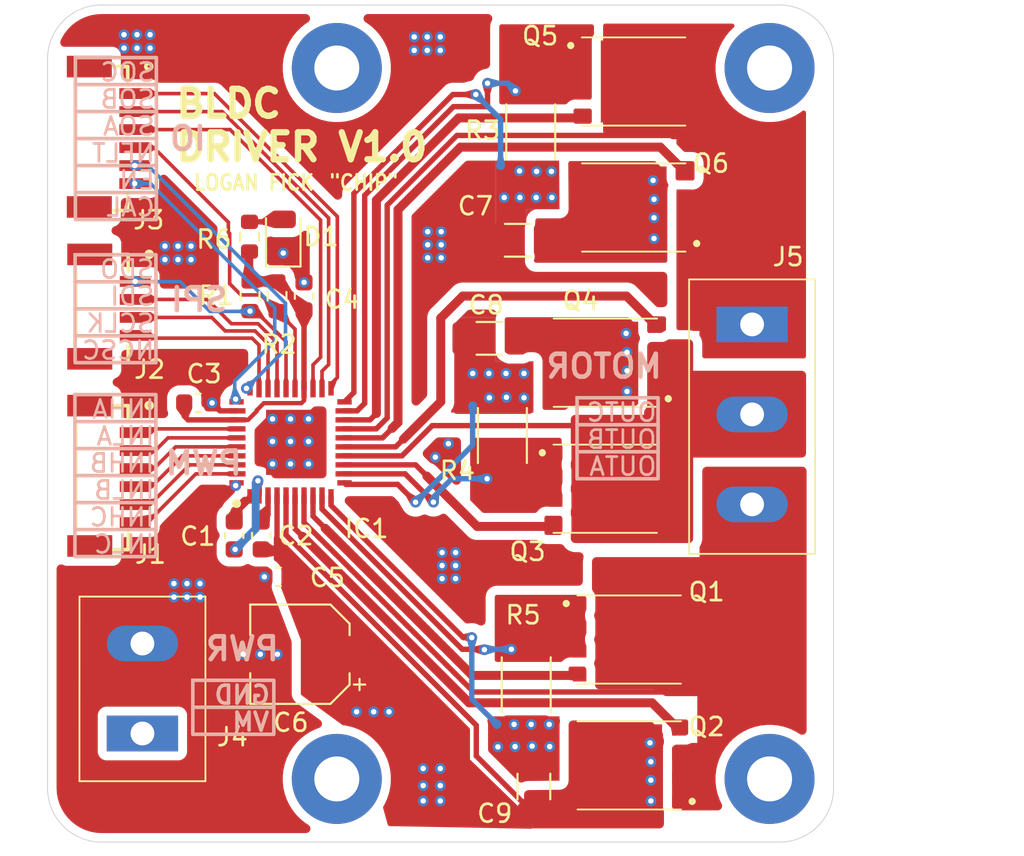
<source format=kicad_pcb>
(kicad_pcb (version 20241229) (generator "pcbnew") (generator_version "9.0")
  (layers (0 "F.Cu" signal) (4 "In1.Cu" power "GND") (6 "In2.Cu" power "VM") (2 "B.Cu" signal) (13 "F.Paste" user) (15 "B.Paste" user) (5 "F.SilkS" user "F.Silkscreen") (7 "B.SilkS" user "B.Silkscreen") (1 "F.Mask" user) (3 "B.Mask" user) (25 "Edge.Cuts" user))
  (net 0 "")
  (net 1 "GND")
  (net 2 "VM")
  (net 3 "Net-(IC1-CPL)")
  (net 4 "Net-(IC1-CPH)")
  (net 5 "Net-(IC1-VCP)")
  (net 6 "+3.3V")
  (net 7 "/GLA")
  (net 8 "/INHC")
  (net 9 "/GLC")
  (net 10 "/INHB")
  (net 11 "/SDO")
  (net 12 "/GHB")
  (net 13 "/INHA")
  (net 14 "/GHC")
  (net 15 "/OUTC")
  (net 16 "/INLA")
  (net 17 "/GLB")
  (net 18 "/NFAULT")
  (net 19 "/GHA")
  (net 20 "/OUTA")
  (net 21 "/SPB")
  (net 22 "/SPA")
  (net 23 "/SPC")
  (net 24 "/INLC")
  (net 25 "/INLB")
  (net 26 "/CAL")
  (net 27 "/OUTB")
  (net 28 "/SOA")
  (net 29 "/SOB")
  (net 30 "/SDI")
  (net 31 "/ENABLE")
  (net 32 "/NSCS")
  (net 33 "/SCLK")
  (net 34 "/SOC")
  (net 35 "/SNC")
  (net 36 "/SNB")
  (net 37 "/SNA")
  (net 38 "Net-(D1-A)")
  (footprint "TerminalBlock:TerminalBlock_Altech_AK300-3_P5.00mm" (layer "F.Cu") (at 191.775 67.125 -90)
    (property "Reference" "J5")
    (property "Value" "MOTOR")
  )
  (footprint "MountingHole:MountingHole_2.5mm_Pad_TopBottom" (layer "F.Cu") (at 192.746094 92.37868)
    (property "Reference" "REF**" (hide yes))
    (property "Value" "MountingHole_2.5mm_Pad_TopBottom")
  )
  (footprint "Capacitor_SMD:C_0603_1608Metric" (layer "F.Cu") (at 164.5 78.85 90)
    (property "Reference" "C2")
    (property "Value" "1 uF (16V)")
  )
  (footprint "MountingHole:MountingHole_2.5mm_Pad_TopBottom" (layer "F.Cu") (at 168.7 52.87868)
    (property "Reference" "REF**" (hide yes))
    (property "Value" "MountingHole_2.5mm_Pad_TopBottom")
  )
  (footprint "Resistor_SMD:R_2010_5025Metric" (layer "F.Cu") (at 179.475 56.425 -90)
    (property "Reference" "R3")
    (property "Value" "SHUNT")
  )
  (footprint "LED_SMD:LED_0805_2012Metric" (layer "F.Cu") (at 165.725 62.225 90)
    (property "Reference" "D1")
    (property "Value" "LED")
  )
  (footprint "NetTie:NetTie-2_SMD_Pad0.5mm" (layer "F.Cu") (at 177.8 58.8 -90)
    (property "Reference" "REF**" (hide yes))
    (property "Value" "NetTie-2_SMD_Pad0.5mm" (hide yes))
  )
  (footprint "Resistor_SMD:R_0603_1608Metric" (layer "F.Cu") (at 165.37868 65.56168 90)
    (property "Reference" "R2")
    (property "Value" "5.1k")
  )
  (footprint "NetTie:NetTie-2_SMD_Pad0.5mm" (layer "F.Cu") (at 177.6 89.85 -90)
    (property "Reference" "REF**" (hide yes))
    (property "Value" "NetTie-2_SMD_Pad0.5mm" (hide yes))
  )
  (footprint "SamacSys_Parts:JST-6PIN" (layer "F.Cu") (at 158.175 57.3 -90)
    (property "Reference" "J3")
    (property "Value" "MISC" (hide yes))
  )
  (footprint "SamacSys_Parts:QFN50P600X600X100-41N-D" (layer "F.Cu") (at 166.12868 73.67868 90)
    (property "Reference" "IC1")
    (property "Value" "DRV8304SRHAR" (hide yes))
  )
  (footprint "Resistor_SMD:R_2010_5025Metric" (layer "F.Cu") (at 179.225 87.15 -90)
    (property "Reference" "R5")
    (property "Value" "SHUNT")
  )
  (footprint "Capacitor_SMD:C_0603_1608Metric" (layer "F.Cu") (at 165.45 81.15 180)
    (property "Reference" "C5")
    (property "Value" "0.1 uF (VM)")
  )
  (footprint "Capacitor_SMD:C_0603_1608Metric" (layer "F.Cu") (at 160.996094 71.48668 180)
    (property "Reference" "C3")
    (property "Value" "1 uF (6.3 V)")
  )
  (footprint "SamacSys_Parts:CSD18514Q5A" (layer "F.Cu") (at 183.618 76.255 180)
    (property "Reference" "Q3")
    (property "Value" "CSD18514Q5A" (hide yes))
  )
  (footprint "SamacSys_Parts:CSD18514Q5A" (layer "F.Cu") (at 185.19668 53.62868 180)
    (property "Reference" "Q5")
    (property "Value" "CSD18514Q5A" (hide yes))
  )
  (footprint "Resistor_SMD:R_0603_1608Metric" (layer "F.Cu") (at 163.87868 65.56168 90)
    (property "Reference" "R1")
    (property "Value" "5.1k")
  )
  (footprint "SamacSys_Parts:CSD18514Q5A" (layer "F.Cu") (at 184.94668 84.63368 180)
    (property "Reference" "Q1")
    (property "Value" "CSD18514Q5A" (hide yes))
  )
  (footprint "Capacitor_SMD:CP_Elec_5x5.4" (layer "F.Cu") (at 166.65 85.45 180)
    (property "Reference" "C6")
    (property "Value" "10 uF (VM)")
  )
  (footprint "MountingHole:MountingHole_2.5mm_Pad_TopBottom" (layer "F.Cu") (at 192.746094 52.87868)
    (property "Reference" "REF**" (hide yes))
    (property "Value" "MountingHole_2.5mm_Pad_TopBottom")
  )
  (footprint "TerminalBlock:TerminalBlock_Altech_AK300-2_P5.00mm" (layer "F.Cu") (at 157.9 89.855 90)
    (property "Reference" "J4")
    (property "Value" "PWR IN")
  )
  (footprint "Capacitor_SMD:C_0603_1608Metric" (layer "F.Cu") (at 166.87868 65.56168 -90)
    (property "Reference" "C4")
    (property "Value" "0.1 uF (6.3 V)")
  )
  (footprint "Resistor_SMD:R_2010_5025Metric" (layer "F.Cu") (at 177.9 73.3 90)
    (property "Reference" "R4")
    (property "Value" "SHUNT")
  )
  (footprint "SamacSys_Parts:CSD18514Q5A" (layer "F.Cu") (at 183.618 69.253)
    (property "Reference" "Q4")
    (property "Value" "CSD18514Q5A" (hide yes))
  )
  (footprint "SamacSys_Parts:CSD18514Q5A" (layer "F.Cu") (at 185.19668 60.62868)
    (property "Reference" "Q6")
    (property "Value" "CSD18514Q5A" (hide yes))
  )
  (footprint "Capacitor_SMD:C_1206_3216Metric" (layer "F.Cu") (at 179.65 92.8 -90)
    (property "Reference" "C9")
    (property "Value" "BULK")
  )
  (footprint "SamacSys_Parts:CSD18514Q5A" (layer "F.Cu") (at 184.945 91.628)
    (property "Reference" "Q2")
    (property "Value" "CSD18514Q5A" (hide yes))
  )
  (footprint "Resistor_SMD:R_0603_1608Metric" (layer "F.Cu") (at 163.85 62.25 90)
    (property "Reference" "R6")
    (property "Value" "10")
  )
  (footprint "SamacSys_Parts:JST-6PIN" (layer "F.Cu") (at 158.199186 76.13668 -90)
    (property "Reference" "J1")
    (property "Value" "PWM" (hide yes))
  )
  (footprint "SamacSys_Parts:JST-4PIN" (layer "F.Cu") (at 158.199186 67.73668 -90)
    (property "Reference" "J2")
    (property "Value" "SPI" (hide yes))
  )
  (footprint "MountingHole:MountingHole_2.5mm_Pad_TopBottom" (layer "F.Cu") (at 168.7 92.37868)
    (property "Reference" "REF**" (hide yes))
    (property "Value" "MountingHole_2.5mm_Pad_TopBottom")
  )
  (footprint "Capacitor_SMD:C_1206_3216Metric" (layer "F.Cu") (at 178.75 62.45)
    (property "Reference" "C7")
    (property "Value" "BULK")
  )
  (footprint "NetTie:NetTie-2_SMD_Pad0.5mm" (layer "F.Cu") (at 176.25 71.15 90)
    (property "Reference" "REF**" (hide yes))
    (property "Value" "NetTie-2_SMD_Pad0.5mm" (hide yes))
  )
  (footprint "Capacitor_SMD:C_0603_1608Metric" (layer "F.Cu") (at 163 78.85 90)
    (property "Reference" "C1")
    (property "Value" "22 nF (VM)")
  )
  (footprint "Capacitor_SMD:C_1206_3216Metric" (layer "F.Cu") (at 177.175 67.9)
    (property "Reference" "C8")
    (property "Value" "BULK")
  )
  (gr_rect (start 160.7 86.9) (end 165.2 89.9) (stroke (width 0.2)) (fill no) (layer "B.SilkS"))
  (gr_line (start 186.55 72.7) (end 182.05 72.7) (stroke (width 0.2)) (layer "B.SilkS"))
  (gr_line (start 158.675 55.3) (end 154.175 55.3) (stroke (width 0.2)) (layer "B.SilkS"))
  (gr_line (start 158.65 72.525) (end 154.15 72.525) (stroke (width 0.2)) (layer "B.SilkS"))
  (gr_line (start 158.65 77.025) (end 154.15 77.025) (stroke (width 0.2)) (layer "B.SilkS"))
  (gr_line (start 158.65 64.76017) (end 154.15 64.76017) (stroke (width 0.2)) (layer "B.SilkS"))
  (gr_line (start 165.2 88.4) (end 160.7 88.4) (stroke (width 0.2)) (layer "B.SilkS"))
  (gr_rect (start 154.15 71.025) (end 158.65 80.025) (stroke (width 0.2)) (fill no) (layer "B.SilkS"))
  (gr_line (start 158.675 59.8) (end 154.175 59.8) (stroke (width 0.2)) (layer "B.SilkS"))
  (gr_line (start 158.65 78.525) (end 154.15 78.525) (stroke (width 0.2)) (layer "B.SilkS"))
  (gr_rect (start 182.05 71.2) (end 186.55 75.7) (stroke (width 0.2)) (fill no) (layer "B.SilkS"))
  (gr_rect (start 154.175 52.3) (end 158.675 61.3) (stroke (width 0.2)) (fill no) (layer "B.SilkS"))
  (gr_line (start 186.55 74.2) (end 182.05 74.2) (stroke (width 0.2)) (layer "B.SilkS"))
  (gr_rect (start 154.160034 63.254683) (end 158.65 69.250557) (stroke (width 0.2)) (fill no) (layer "B.SilkS"))
  (gr_line (start 158.675 58.3) (end 154.175 58.3) (stroke (width 0.2)) (layer "B.SilkS"))
  (gr_line (start 158.65 74.025) (end 154.15 74.025) (stroke (width 0.2)) (layer "B.SilkS"))
  (gr_line (start 158.675 56.8) (end 154.175 56.8) (stroke (width 0.2)) (layer "B.SilkS"))
  (gr_line (start 158.65 75.525) (end 154.15 75.525) (stroke (width 0.2)) (layer "B.SilkS"))
  (gr_line (start 158.65 66.26017) (end 154.15 66.26017) (stroke (width 0.2)) (layer "B.SilkS"))
  (gr_line (start 158.675 53.8) (end 154.175 53.8) (stroke (width 0.2)) (layer "B.SilkS"))
  (gr_line (start 158.65 67.76017) (end 154.15 67.76017) (stroke (width 0.2)) (layer "B.SilkS"))
  (gr_arc (start 193.3 49.37868) (mid 195.42132 50.25736) (end 196.3 52.37868) (stroke (width 0.05)) (layer "Edge.Cuts"))
  (gr_line (start 193.3 95.88979) (end 155.62868 95.88979) (stroke (width 0.05)) (layer "Edge.Cuts"))
  (gr_line (start 155.62868 49.37868) (end 193.3 49.37868) (stroke (width 0.05)) (layer "Edge.Cuts"))
  (gr_arc (start 152.62868 52.37868) (mid 153.507366 50.257366) (end 155.62868 49.37868) (stroke (width 0.05)) (layer "Edge.Cuts"))
  (gr_line (start 152.62868 92.88979) (end 152.62868 52.37868) (stroke (width 0.05)) (layer "Edge.Cuts"))
  (gr_arc (start 196.3 92.88979) (mid 195.421324 95.011117) (end 193.3 95.88979) (stroke (width 0.05)) (layer "Edge.Cuts"))
  (gr_line (start 196.3 52.37868) (end 196.3 92.88979) (stroke (width 0.05)) (layer "Edge.Cuts"))
  (gr_arc (start 155.62868 95.88979) (mid 153.50736 95.01111) (end 152.62868 92.88979) (stroke (width 0.05)) (layer "Edge.Cuts"))
  (gr_text "{dblquote}CHIP{dblquote}" (at 170.2 59.25 0) (layer "F.SilkS") (effects (font (size 0.85 0.75) (thickness 0.15) (bold yes))))
  (gr_text "LOGAN FICK" (at 164.1 59.25 0) (layer "F.SilkS") (effects (font (size 0.85 0.75) (thickness 0.15) (bold yes))))
  (gr_text "BLDC\nDRIVER V1.0" (at 159.6 58.15 0) (layer "F.SilkS") (effects (font (size 1.5 1.5) (thickness 0.35) (bold yes)) (justify left bottom)))
  (gr_text "SDI" (at 158.65 66.15 0) (layer "B.SilkS") (effects (font (size 1 1)) (justify left bottom mirror)))
  (gr_text "SPI" (at 161.05 65.75 0) (layer "B.SilkS") (effects (font (size 1.27 1.27) (thickness 0.254)) (justify mirror)))
  (gr_text "OUTC" (at 186.55 72.6 0) (layer "B.SilkS") (effects (font (size 1 1)) (justify left bottom mirror)))
  (gr_text "INLB" (at 158.65 76.925 0) (layer "B.SilkS") (effects (font (size 1 1)) (justify left bottom mirror)))
  (gr_text "OUTA" (at 186.55 75.6 0) (layer "B.SilkS") (effects (font (size 1 1)) (justify left bottom mirror)))
  (gr_text "PWM" (at 161.3 74.825 0) (layer "B.SilkS") (effects (font (size 1.27 1.27) (thickness 0.254)) (justify mirror)))
  (gr_text "EN" (at 158.675 59.7 0) (layer "B.SilkS") (effects (font (size 1 1)) (justify left bottom mirror)))
  (gr_text "SOC" (at 158.675 53.7 0) (layer "B.SilkS") (effects (font (size 1 1)) (justify left bottom mirror)))
  (gr_text "MOTOR" (at 183.55 69.45 0) (layer "B.SilkS") (effects (font (size 1.27 1.27) (thickness 0.254)) (justify mirror)))
  (gr_text "INHB" (at 158.65 75.425 0) (layer "B.SilkS") (effects (font (size 1 1)) (justify left bottom mirror)))
  (gr_text "INLA" (at 158.65 73.925 0) (layer "B.SilkS") (effects (font (size 1 1)) (justify left bottom mirror)))
  (gr_text "SDO" (at 158.65 64.65 0) (layer "B.SilkS") (effects (font (size 1 1)) (justify left bottom mirror)))
  (gr_text "PWR" (at 163.45 85.15 0) (layer "B.SilkS") (effects (font (size 1.27 1.27) (thickness 0.254)) (justify mirror)))
  (gr_text "SOA" (at 158.675 56.7 0) (layer "B.SilkS") (effects (font (size 1 1)) (justify left bottom mirror)))
  (gr_text "CAL" (at 158.675 61.2 0) (layer "B.SilkS") (effects (font (size 1 1)) (justify left bottom mirror)))
  (gr_text "NCSC" (at 158.65 69.15 0) (layer "B.SilkS") (effects (font (size 1 1)) (justify left bottom mirror)))
  (gr_text "SCLK" (at 158.65 67.65 0) (layer "B.SilkS") (effects (font (size 1 1)) (justify left bottom mirror)))
  (gr_text "GND" (at 165.1 88.3 0) (layer "B.SilkS") (effects (font (size 1 1) (thickness 0.2) (bold yes)) (justify left bottom mirror)))
  (gr_text "INLC" (at 158.65 79.925 0) (layer "B.SilkS") (effects (font (size 1 1)) (justify left bottom mirror)))
  (gr_text "VM" (at 165.05 89.8 0) (layer "B.SilkS") (effects (font (size 1 1) (thickness 0.2) (bold yes)) (justify left bottom mirror)))
  (gr_text "INHA" (at 158.65 72.425 0) (layer "B.SilkS") (effects (font (size 1 1)) (justify left bottom mirror)))
  (gr_text "NFLT" (at 158.675 58.2 0) (layer "B.SilkS") (effects (font (size 1 1)) (justify left bottom mirror)))
  (gr_text "INHC" (at 158.65 78.425 0) (layer "B.SilkS") (effects (font (size 1 1)) (justify left bottom mirror)))
  (gr_text "OUTB" (at 186.55 74.1 0) (layer "B.SilkS") (effects (font (size 1 1)) (justify left bottom mirror)))
  (gr_text "SOB" (at 158.675 55.2 0) (layer "B.SilkS") (effects (font (size 1 1)) (justify left bottom mirror)))
  (gr_text "IO" (at 160.425 56.8 0) (layer "B.SilkS") (effects (font (size 1.27 1.27) (thickness 0.254)) (justify mirror)))
  (segment (start 162.213094 71.92868) (end 161.771094 71.48668) (width 0.3) (layer "F.Cu") (net 1))
  (segment (start 163.12868 75.92868) (end 163.128681 76.031368) (width 0.2) (layer "F.Cu") (net 1))
  (segment (start 162.035146 71.750732) (end 161.771094 71.48668) (width 0.3) (layer "F.Cu") (net 1))
  (segment (start 163.17868 71.92868) (end 162.213094 71.92868) (width 0.3) (layer "F.Cu") (net 1))
  (segment (start 163.12868 75.87868) (end 163.17868 75.92868) (width 0.2) (layer "F.Cu") (net 1))
  (segment (start 163.128681 76.031368) (end 163.080024 76.080025) (width 0.2) (layer "F.Cu") (net 1))
  (via (at 165.12868 72.37868) (size 0.6) (drill 0.3) (layers "F.Cu" "B.Cu") (net 1))
  (via (at 163.080024 76.080025) (size 0.6) (drill 0.3) (layers "F.Cu" "B.Cu") (net 1))
  (via (at 178.85 58.6) (size 0.6) (drill 0.3) (layers "F.Cu" "B.Cu") (net 1))
  (via (at 174.55 81.25) (size 0.6) (drill 0.3) (layers "F.Cu" "B.Cu") (net 1))
  (via (at 159.65 81.525) (size 0.6) (drill 0.3) (layers "F.Cu" "B.Cu") (net 1))
  (via (at 175.3 79.8) (size 0.6) (drill 0.3) (layers "F.Cu" "B.Cu") (net 1))
  (via (at 173 51.15) (size 0.6) (drill 0.3) (layers "F.Cu" "B.Cu") (net 1))
  (via (at 179.5 89.35) (size 0.6) (drill 0.3) (layers "F.Cu" "B.Cu") (net 1))
  (via (at 166.87868 64.78668) (size 0.6) (drill 0.3) (layers "F.Cu" "B.Cu") (net 1))
  (via (at 166.12868 73.62868) (size 0.6) (drill 0.3) (layers "F.Cu" "B.Cu") (net 1))
  (via (at 178.1 69.85) (size 0.6) (drill 0.3) (layers "F.Cu" "B.Cu") (net 1))
  (via (at 161.1 82.275) (size 0.6) (drill 0.3) (layers "F.Cu" "B.Cu") (net 1))
  (via (at 166.12868 74.87868) (size 0.6) (drill 0.3) (layers "F.Cu" "B.Cu") (net 1))
  (via (at 160.375 81.525) (size 0.6) (drill 0.3) (layers "F.Cu" "B.Cu") (net 1))
  (via (at 165.12868 74.87868) (size 0.6) (drill 0.3) (layers "F.Cu" "B.Cu") (net 1))
  (via (at 159.65 82.275) (size 0.6) (drill 0.3) (layers "F.Cu" "B.Cu") (net 1))
  (via (at 176.25 69.85) (size 0.6) (drill 0.3) (layers "F.Cu" "B.Cu") (net 1))
  (via (at 160.6 63.525) (size 0.6) (drill 0.3) (layers "F.Cu" "B.Cu") (net 1))
  (via (at 159.875 62.775) (size 0.6) (drill 0.3) (layers "F.Cu" "B.Cu") (net 1))
  (via (at 165.4 85.45) (size 0.6) (drill 0.3) (layers "F.Cu" "B.Cu") (net 1))
  (via (at 165.724998 63.1625) (size 0.6) (drill 0.3) (layers "F.Cu" "B.Cu") (net 1))
  (via (at 160.375 82.275) (size 0.6) (drill 0.3) (layers "F.Cu" "B.Cu") (net 1))
  (via (at 159.875 63.525) (size 0.6) (drill 0.3) (layers "F.Cu" "B.Cu") (net 1))
  (via (at 164.45 85.450002) (size 0.6) (drill 0.3) (layers "F.Cu" "B.Cu") (net 1))
  (via (at 174.5 61.975) (size 0.6) (drill 0.3) (layers "F.Cu" "B.Cu") (net 1))
  (via (at 177.65 90.6) (size 0.6) (drill 0.3) (layers "F.Cu" "B.Cu") (net 1))
  (via (at 180.528537 90.582931) (size 0.6) (drill 0.3) (layers "F.Cu" "B.Cu") (net 1))
  (via (at 160.6 62.775) (size 0.6) (drill 0.3) (layers "F.Cu" "B.Cu") (net 1))
  (via (at 166.12868 72.37868) (size 0.6) (drill 0.3) (layers "F.Cu" "B.Cu") (net 1))
  (via (at 161.771094 71.48668) (size 0.6) (drill 0.3) (layers "F.Cu" "B.Cu") (net 1))
  (via (at 174.45 51.9) (size 0.6) (drill 0.3) (layers "F.Cu" "B.Cu") (net 1))
  (via (at 178 60.075) (size 0.6) (drill 0.3) (layers "F.Cu" "B.Cu") (net 1))
  (via (at 158.325 51.025) (size 0.6) (drill 0.3) (layers "F.Cu" "B.Cu") (net 1))
  (via (at 179.1 71.2) (size 0.6) (drill 0.3) (layers "F.Cu" "B.Cu") (net 1))
  (via (at 173.725 51.9) (size 0.6) (drill 0.3) (layers "F.Cu" "B.Cu") (net 1))
  (via (at 159.15 62.775) (size 0.6) (drill 0.3) (layers "F.Cu" "B.Cu") (net 1))
  (via (at 174.9 73.75) (size 0.6) (drill 0.3) (layers "F.Cu" "B.Cu") (net 1))
  (via (at 178.55 89.35) (size 0.6) (drill 0.3) (layers "F.Cu" "B.Cu") (net 1))
  (via (at 157.6 51.775) (size 0.6) (drill 0.3) (layers "F.Cu" "B.Cu") (net 1))
  (via (at 159.15 63.525) (size 0.6) (drill 0.3) (layers "F.Cu" "B.Cu") (net 1))
  (via (at 167.12868 72.37868) (size 0.6) (drill 0.3) (layers "F.Cu" "B.Cu") (net 1))
  (via (at 165.12868 73.62868) (size 0.6) (drill 0.3) (layers "F.Cu" "B.Cu") (net 1))
  (via (at 179.775 60.075) (size 0.6) (drill 0.3) (layers "F.Cu" "B.Cu") (net 1))
  (via (at 175.3 80.525) (size 0.6) (drill 0.3) (layers "F.Cu" "B.Cu") (net 1))
  (via (at 177.15 69.85) (size 0.6) (drill 0.3) (layers "F.Cu" "B.Cu") (net 1))
  (via (at 163.5 85.45) (size 0.6) (drill 0.3) (layers "F.Cu" "B.Cu") (net 1))
  (via (at 173.75 61.975) (size 0.6) (drill 0.3) (layers "F.Cu" "B.Cu") (net 1))
  (via (at 174.175 74.5) (size 0.6) (drill 0.3) (layers "F.Cu" "B.Cu") (net 1))
  (via (at 167.12868 73.62868) (size 0.6) (drill 0.3) (layers "F.Cu" "B.Cu") (net 1))
  (via (at 177.175 71.2) (size 0.6) (drill 0.3) (layers "F.Cu" "B.Cu") (net 1))
  (via (at 156.875 51.025) (size 0.6) (drill 0.3) (layers "F.Cu" "B.Cu") (net 1))
  (via (at 173.75 62.7) (size 0.6) (drill 0.3) (layers "F.Cu" "B.Cu") (net 1))
  (via (at 175.3 81.25) (size 0.6) (drill 0.3) (layers "F.Cu" "B.Cu") (net 1))
  (via (at 178.875 60.075) (size 0.6) (drill 0.3) (layers "F.Cu" "B.Cu") (net 1))
  (via (at 179.553537 90.557931) (size 0.6) (drill 0.3) (layers "F.Cu" "B.Cu") (net 1))
  (via (at 180.625 58.625) (size 0.6) (drill 0.3) (layers "F.Cu" "B.Cu") (net 1))
  (via (at 173.75 63.425) (size 0.6) (drill 0.3) (layers "F.Cu" "B.Cu") (net 1))
  (via (at 173 51.9) (size 0.6) (drill 0.3) (layers "F.Cu" "B.Cu") (net 1))
  (via (at 179.8 58.625) (size 0.6) (drill 0.3) (layers "F.Cu" "B.Cu") (net 1))
  (via (at 167.12868 74.87868) (size 0.6) (drill 0.3) (layers "F.Cu" "B.Cu") (net 1))
  (via (at 173.725 51.15) (size 0.6) (drill 0.3) (layers "F.Cu" "B.Cu") (net 1))
  (via (at 178.125 71.175) (size 0.6) (drill 0.3) (layers "F.Cu" "B.Cu") (net 1))
  (via (at 157.6 51.025) (size 0.6) (drill 0.3) (layers "F.Cu" "B.Cu") (net 1))
  (via (at 174.5 63.425) (size 0.6) (drill 0.3) (layers "F.Cu" "B.Cu") (net 1))
  (via (at 178.603537 90.582931) (size 0.6) (drill 0.3) (layers "F.Cu" "B.Cu") (net 1))
  (via (at 174.55 80.525) (size 0.6) (drill 0.3) (layers "F.Cu" "B.Cu") (net 1))
  (via (at 174.5 62.7) (size 0.6) (drill 0.3) (layers "F.Cu" "B.Cu") (net 1))
  (via (at 156.875 51.775) (size 0.6) (drill 0.3) (layers "F.Cu" "B.Cu") (net 1))
  (via (at 174.55 79.8) (size 0.6) (drill 0.3) (layers "F.Cu" "B.Cu") (net 1))
  (via (at 179.1 69.85) (size 0.6) (drill 0.3) (layers "F.Cu" "B.Cu") (net 1))
  (via (at 174.45 51.15) (size 0.6) (drill 0.3) (layers "F.Cu" "B.Cu") (net 1))
  (via (at 158.325 51.775) (size 0.6) (drill 0.3) (layers "F.Cu" "B.Cu") (net 1))
  (via (at 180.5 89.35) (size 0.6) (drill 0.3) (layers "F.Cu" "B.Cu") (net 1))
  (via (at 161.1 81.525) (size 0.6) (drill 0.3) (layers "F.Cu" "B.Cu") (net 1))
  (via (at 164.675002 81.15) (size 0.6) (drill 0.3) (layers "F.Cu" "B.Cu") (net 1))
  (via (at 180.65 60.075) (size 0.6) (drill 0.3) (layers "F.Cu" "B.Cu") (net 1))
  (segment (start 165.87868 76.62868) (end 165.87868 78.82868) (width 0.3) (layer "F.Cu") (net 2))
  (segment (start 176.45 89.4) (end 176.45 91.1) (width 0.3) (layer "F.Cu") (net 2))
  (segment (start 179 93.65) (end 179.8 93.65) (width 0.3) (layer "F.Cu") (net 2))
  (segment (start 164.5 79.625) (end 165.125 79.625) (width 0.44) (layer "F.Cu") (net 2))
  (segment (start 176.45 91.1) (end 179 93.65) (width 0.3) (layer "F.Cu") (net 2))
  (segment (start 165.37868 76.62868) (end 165.37868 79.87868) (width 0.3) (layer "F.Cu") (net 2))
  (segment (start 165.5 80) (end 165.375 79.875) (width 0.3) (layer "F.Cu") (net 2))
  (segment (start 165.37868 79.87868) (end 165.5 80) (width 0.3) (layer "F.Cu") (net 2))
  (segment (start 165.87868 78.82868) (end 176.45 89.4) (width 0.3) (layer "F.Cu") (net 2))
  (segment (start 165.125 79.625) (end 165.5 80) (width 0.44) (layer "F.Cu") (net 2))
  (via (at 186.275 59.125) (size 0.6) (drill 0.3) (layers "F.Cu" "B.Cu") (net 2))
  (via (at 174.45 93.6) (size 0.6) (drill 0.3) (layers "F.Cu" "B.Cu") (net 2))
  (via (at 186.325 62.35) (size 0.6) (drill 0.3) (layers "F.Cu" "B.Cu") (net 2))
  (via (at 173.5 91.8) (size 0.6) (drill 0.3) (layers "F.Cu" "B.Cu") (net 2))
  (via (at 186.15 91.425) (size 0.6) (drill 0.3) (layers "F.Cu" "B.Cu") (net 2))
  (via (at 170.75 88.65) (size 0.6) (drill 0.3) (layers "F.Cu" "B.Cu") (net 2))
  (via (at 173.5 92.75) (size 0.6) (drill 0.3) (layers "F.Cu" "B.Cu") (net 2))
  (via (at 171.6 88.65) (size 0.6) (drill 0.3) (layers "F.Cu" "B.Cu") (net 2))
  (via (at 186.325 61.2) (size 0.6) (drill 0.3) (layers "F.Cu" "B.Cu") (net 2))
  (via (at 173.5 93.6) (size 0.6) (drill 0.3) (layers "F.Cu" "B.Cu") (net 2))
  (via (at 184.825 70.85) (size 0.6) (drill 0.3) (layers "F.Cu" "B.Cu") (net 2))
  (via (at 186.325 60.175) (size 0.6) (drill 0.3) (layers "F.Cu" "B.Cu") (net 2))
  (via (at 186.15 92.45) (size 0.6) (drill 0.3) (layers "F.Cu" "B.Cu") (net 2))
  (via (at 184.775 67.625) (size 0.6) (drill 0.3) (layers "F.Cu" "B.Cu") (net 2))
  (via (at 186.1 90.375) (size 0.6) (drill 0.3) (layers "F.Cu" "B.Cu") (net 2))
  (via (at 169.8 88.65) (size 0.6) (drill 0.3) (layers "F.Cu" "B.Cu") (net 2))
  (via (at 184.825 68.675) (size 0.6) (drill 0.3) (layers "F.Cu" "B.Cu") (net 2))
  (via (at 184.825 69.7) (size 0.6) (drill 0.3) (layers "F.Cu" "B.Cu") (net 2))
  (via (at 174.45 91.8) (size 0.6) (drill 0.3) (layers "F.Cu" "B.Cu") (net 2))
  (via (at 186.15 93.6) (size 0.6) (drill 0.3) (layers "F.Cu" "B.Cu") (net 2))
  (via (at 174.45 92.75) (size 0.6) (drill 0.3) (layers "F.Cu" "B.Cu") (net 2))
  (segment (start 163.60736 76.95) (end 163.87868 76.67868) (width 0.2) (layer "F.Cu") (net 3))
  (segment (start 163.05 78.025) (end 163.05 77.50736) (width 0.5) (layer "F.Cu") (net 3))
  (segment (start 163.05 77.50736) (end 163.6 76.95736) (width 0.5) (layer "F.Cu") (net 3))
  (segment (start 163 78.075) (end 163.05 78.025) (width 0.5) (layer "F.Cu") (net 3))
  (segment (start 163.6 76.95736) (end 163.6 76.95) (width 0.5) (layer "F.Cu") (net 3))
  (segment (start 163.6 76.95) (end 163.60736 76.95) (width 0.2) (layer "F.Cu") (net 3))
  (segment (start 164.37868 75.869266) (end 164.322234 75.869266) (width 0.2) (layer "F.Cu") (net 4))
  (segment (start 164.37868 76.62868) (end 164.37868 75.869266) (width 0.3) (layer "F.Cu") (net 4))
  (segment (start 164.318886 75.865918) (end 164.318886 75.811473) (width 0.2) (layer "F.Cu") (net 4))
  (segment (start 164.322234 75.869266) (end 164.318886 75.865918) (width 0.2) (layer "F.Cu") (net 4))
  (via (at 164.318886 75.811473) (size 0.6) (drill 0.3) (layers "F.Cu" "B.Cu") (net 4))
  (via (at 163.050001 79.625001) (size 0.6) (drill 0.3) (layers "F.Cu" "B.Cu") (net 4))
  (segment (start 164.193871 78.481131) (end 164.193871 75.936488) (width 0.44) (layer "B.Cu") (net 4))
  (segment (start 164.193871 75.936488) (end 164.318886 75.811473) (width 0.44) (layer "B.Cu") (net 4))
  (segment (start 163.050001 79.625001) (end 164.193871 78.481131) (width 0.44) (layer "B.Cu") (net 4))
  (segment (start 164.87868 77.69632) (end 164.87868 76.62868) (width 0.3) (layer "F.Cu") (net 5))
  (segment (start 164.5 78.075) (end 164.87868 77.69632) (width 0.3) (layer "F.Cu") (net 5))
  (segment (start 163.77132 72.42868) (end 163.17868 72.42868) (width 0.24) (layer "F.Cu") (net 6))
  (segment (start 163.875 63.025) (end 163.808594 63.091406) (width 0.5) (layer "F.Cu") (net 6))
  (segment (start 166.87868 66.23668) (end 166.83668 66.23668) (width 0.5) (layer "F.Cu") (net 6))
  (segment (start 164.65032 71.49968) (end 164.246094 71.903906) (width 0.24) (layer "F.Cu") (net 6))
  (segment (start 160.438094 72.42868) (end 160.221094 72.21168) (width 0.3) (layer "F.Cu") (net 6))
  (segment (start 163.808594 63.091406) (end 163.808594 64.666594) (width 0.5) (layer "F.Cu") (net 6))
  (segment (start 164.246094 71.903906) (end 164.246094 71.953906) (width 0.24) (layer "F.Cu") (net 6))
  (segment (start 166.87868 71.354094) (end 166.733094 71.49968) (width 0.24) (layer "F.Cu") (net 6))
  (segment (start 166.87868 70.72868) (end 166.87868 71.354094) (width 0.24) (layer "F.Cu") (net 6))
  (segment (start 166.733094 71.49968) (end 164.65032 71.49968) (width 0.24) (layer "F.Cu") (net 6))
  (segment (start 166.83668 66.23668) (end 165.37868 64.77868) (width 0.5) (layer "F.Cu") (net 6))
  (segment (start 166.87868 66.33668) (end 166.87868 66.23668) (width 0.3) (layer "F.Cu") (net 6))
  (segment (start 165.37868 64.77868) (end 165.37868 64.73668) (width 0.5) (layer "F.Cu") (net 6))
  (segment (start 160.221094 72.21168) (end 160.221094 71.48668) (width 0.3) (layer "F.Cu") (net 6))
  (segment (start 163.17868 72.42868) (end 160.438094 72.42868) (width 0.3) (layer "F.Cu") (net 6))
  (segment (start 163.808594 64.666594) (end 163.87868 64.73668) (width 0.3) (layer "F.Cu") (net 6))
  (segment (start 165.37868 64.73668) (end 163.87868 64.73668) (width 0.5) (layer "F.Cu") (net 6))
  (segment (start 166.87868 66.33668) (end 166.87868 70.72868) (width 0.3) (layer "F.Cu") (net 6))
  (segment (start 164.246094 71.953906) (end 163.77132 72.42868) (width 0.24) (layer "F.Cu") (net 6))
  (segment (start 176.22868 86.62868) (end 168.050002 78.45) (width 0.5) (layer "F.Cu") (net 7))
  (segment (start 167.37868 76.62868) (end 167.37868 77.778678) (width 0.3) (layer "F.Cu") (net 7))
  (segment (start 167.37868 77.778678) (end 168.050002 78.45) (width 0.3) (layer "F.Cu") (net 7))
  (segment (start 182.18968 86.62868) (end 176.22868 86.62868) (width 0.5) (layer "F.Cu") (net 7))
  (segment (start 158.31332 77.13668) (end 160.52132 74.92868) (width 0.2) (layer "F.Cu") (net 8))
  (segment (start 157.496094 77.13668) (end 158.31332 77.13668) (width 0.2) (layer "F.Cu") (net 8))
  (segment (start 160.52132 74.92868) (end 163.17868 74.92868) (width 0.2) (layer "F.Cu") (net 8))
  (segment (start 175.475 55.65) (end 170.9 60.225) (width 0.5) (layer "F.Cu") (net 9))
  (segment (start 170.9 60.225) (end 170.9 72.075) (width 0.5) (layer "F.Cu") (net 9))
  (segment (start 182.45 55.65) (end 175.475 55.65) (width 0.5) (layer "F.Cu") (net 9))
  (segment (start 169.07868 72.42868) (end 170.54632 72.42868) (width 0.3) (layer "F.Cu") (net 9))
  (segment (start 170.54632 72.42868) (end 170.9 72.075) (width 0.3) (layer "F.Cu") (net 9))
  (segment (start 159.74632 73.92868) (end 163.17868 73.92868) (width 0.2) (layer "F.Cu") (net 10))
  (segment (start 158.53832 75.13668) (end 159.74632 73.92868) (width 0.2) (layer "F.Cu") (net 10))
  (segment (start 157.496094 75.13668) (end 158.53832 75.13668) (width 0.2) (layer "F.Cu") (net 10))
  (segment (start 164.189616 66.38668) (end 165.87868 68.075744) (width 0.2) (layer "F.Cu") (net 11))
  (segment (start 165.87868 68.075744) (end 165.87868 70.72868) (width 0.2) (layer "F.Cu") (net 11))
  (segment (start 157.496092 64.73668) (end 157.496094 64.73668) (width 0.2) (layer "F.Cu") (net 11))
  (segment (start 163.87868 66.38668) (end 164.189616 66.38668) (width 0.2) (layer "F.Cu") (net 11))
  (via (at 157.496092 64.73668) (size 0.6) (drill 0.3) (layers "F.Cu" "B.Cu") (net 11))
  (via (at 163.87868 66.38668) (size 0.6) (drill 0.3) (layers "F.Cu" "B.Cu") (net 11))
  (segment (start 161.65 66.4) (end 160 64.75) (width 0.2) (layer "B.Cu") (net 11))
  (segment (start 163.86536 66.4) (end 161.65 66.4) (width 0.2) (layer "B.Cu") (net 11))
  (segment (start 157.509412 64.75) (end 157.496092 64.73668) (width 0.2) (layer "B.Cu") (net 11))
  (segment (start 163.87868 66.38668) (end 163.86536 66.4) (width 0.2) (layer "B.Cu") (net 11))
  (segment (start 160 64.75) (end 157.509412 64.75) (width 0.2) (layer "B.Cu") (net 11))
  (segment (start 169.07868 73.92868) (end 171.97132 73.92868) (width 0.3) (layer "F.Cu") (net 12))
  (segment (start 171.97132 73.92868) (end 172.4 73.5) (width 0.3) (layer "F.Cu") (net 12))
  (segment (start 175.7 65.55) (end 174.475 66.775) (width 0.5) (layer "F.Cu") (net 12))
  (segment (start 174.475 71.425) (end 172.4 73.5) (width 0.5) (layer "F.Cu") (net 12))
  (segment (start 174.475 66.775) (end 174.475 71.425) (width 0.5) (layer "F.Cu") (net 12))
  (segment (start 186.375 67.125) (end 184.8 65.55) (width 0.5) (layer "F.Cu") (net 12))
  (segment (start 184.8 65.55) (end 175.7 65.55) (width 0.5) (layer "F.Cu") (net 12))
  (segment (start 157.704094 72.92868) (end 163.17868 72.92868) (width 0.2) (layer "F.Cu") (net 13))
  (segment (start 157.496094 73.13668) (end 157.704094 72.92868) (width 0.2) (layer "F.Cu") (net 13))
  (segment (start 169.07868 73.42868) (end 171.243376 73.42868) (width 0.3) (layer "F.Cu") (net 14))
  (segment (start 187.975 58.575) (end 186.675 57.275) (width 0.5) (layer "F.Cu") (net 14))
  (segment (start 175.575 57.275) (end 172.1 60.75) (width 0.5) (layer "F.Cu") (net 14))
  (segment (start 171.243376 73.42868) (end 171.773528 72.898528) (width 0.3) (layer "F.Cu") (net 14))
  (segment (start 186.675 57.275) (end 175.575 57.275) (width 0.5) (layer "F.Cu") (net 14))
  (segment (start 172.1 72.572056) (end 171.773528 72.898528) (width 0.5) (layer "F.Cu") (net 14))
  (segment (start 172.1 60.75) (end 172.1 72.572056) (width 0.5) (layer "F.Cu") (net 14))
  (segment (start 187.55 56.625) (end 175.375 56.625) (width 0.3) (layer "F.Cu") (net 15))
  (segment (start 171.5 72.323528) (end 170.894848 72.92868) (width 0.3) (layer "F.Cu") (net 15))
  (segment (start 171.5 60.5) (end 171.5 72.323528) (width 0.3) (layer "F.Cu") (net 15))
  (segment (start 170.894848 72.92868) (end 169.07868 72.92868) (width 0.3) (layer "F.Cu") (net 15))
  (segment (start 175.375 56.625) (end 171.5 60.5) (width 0.3) (layer "F.Cu") (net 15))
  (segment (start 159.32132 73.42868) (end 163.17868 73.42868) (width 0.2) (layer "F.Cu") (net 16))
  (segment (start 158.61332 74.13668) (end 159.32132 73.42868) (width 0.2) (layer "F.Cu") (net 16))
  (segment (start 157.496094 74.13668) (end 158.61332 74.13668) (width 0.2) (layer "F.Cu") (net 16))
  (segment (start 173.07868 74.92868) (end 173.7 75.55) (width 0.3) (layer "F.Cu") (net 17))
  (segment (start 169.07868 74.92868) (end 173.07868 74.92868) (width 0.3) (layer "F.Cu") (net 17))
  (segment (start 180.875 78.35) (end 176.5 78.35) (width 0.5) (layer "F.Cu") (net 17))
  (segment (start 176.5 78.35) (end 173.7 75.55) (width 0.5) (layer "F.Cu") (net 17))
  (segment (start 158.526908 57.3) (end 157.471908 57.3) (width 0.2) (layer "F.Cu") (net 18))
  (segment (start 163.371094 65.48668) (end 162.746094 64.86168) (width 0.2) (layer "F.Cu") (net 18))
  (segment (start 164.47868 65.48668) (end 163.371094 65.48668) (width 0.2) (layer "F.Cu") (net 18))
  (segment (start 165.37868 66.38668) (end 164.47868 65.48668) (width 0.2) (layer "F.Cu") (net 18))
  (segment (start 166.37868 67.38668) (end 166.37868 70.72868) (width 0.2) (layer "F.Cu") (net 18))
  (segment (start 162.746094 64.86168) (end 162.746094 62.075844) (width 0.2) (layer "F.Cu") (net 18))
  (segment (start 162.674 61.447092) (end 158.526908 57.3) (width 0.2) (layer "F.Cu") (net 18))
  (segment (start 162.674 62.003749) (end 162.674 61.447092) (width 0.2) (layer "F.Cu") (net 18))
  (segment (start 162.746094 62.075844) (end 162.674 62.003749) (width 0.2) (layer "F.Cu") (net 18))
  (segment (start 165.37868 66.38668) (end 166.37868 67.38668) (width 0.2) (layer "F.Cu") (net 18))
  (segment (start 166.37868 76.62868) (end 166.37868 78.47868) (width 0.3) (layer "F.Cu") (net 19))
  (segment (start 187.702 89.633) (end 186.219 88.15) (width 0.5) (layer "F.Cu") (net 19))
  (segment (start 186.219 88.15) (end 176.05 88.15) (width 0.5) (layer "F.Cu") (net 19))
  (segment (start 166.37868 78.47868) (end 166.8 78.9) (width 0.3) (layer "F.Cu") (net 19))
  (segment (start 176.05 88.15) (end 166.8 78.9) (width 0.5) (layer "F.Cu") (net 19))
  (segment (start 166.87868 78.12868) (end 166.87868 76.62868) (width 0.3) (layer "F.Cu") (net 20))
  (segment (start 189.25 87.55) (end 176.3 87.55) (width 0.3) (layer "F.Cu") (net 20))
  (segment (start 176.3 87.55) (end 166.87868 78.12868) (width 0.3) (layer "F.Cu") (net 20))
  (segment (start 189.275 87.525) (end 189.25 87.55) (width 0.3) (layer "F.Cu") (net 20))
  (segment (start 169.07868 75.42868) (end 172.497308 75.42868) (width 0.3) (layer "F.Cu") (net 21))
  (segment (start 172.497308 75.42868) (end 174.069101 77.000472) (width 0.3) (layer "F.Cu") (net 21))
  (via (at 174.069101 77.000472) (size 0.6) (drill 0.3) (layers "F.Cu" "B.Cu") (net 21))
  (via (at 177.05 75.7) (size 0.6) (drill 0.3) (layers "F.Cu" "B.Cu") (net 21))
  (segment (start 176.75 75.7) (end 177.05 75.7) (width 0.3) (layer "B.Cu") (net 21))
  (segment (start 177.05 75.7) (end 175.086729 75.7) (width 0.3) (layer "B.Cu") (net 21))
  (segment (start 175.086729 75.7) (end 174.069101 76.717628) (width 0.3) (layer "B.Cu") (net 21))
  (segment (start 174.069101 76.717628) (end 174.069101 77.000472) (width 0.3) (layer "B.Cu") (net 21))
  (segment (start 176.725 75.675) (end 176.75 75.7) (width 0.3) (layer "B.Cu") (net 21))
  (segment (start 167.87868 76.62868) (end 167.87868 77.385786) (width 0.3) (layer "F.Cu") (net 22))
  (segment (start 176.874999 85.174999) (end 176.9 85.2) (width 0.2) (layer "F.Cu") (net 22))
  (segment (start 175.667893 85.174999) (end 176.874999 85.174999) (width 0.3) (layer "F.Cu") (net 22))
  (segment (start 167.87868 77.385786) (end 175.667893 85.174999) (width 0.3) (layer "F.Cu") (net 22))
  (via (at 178.4 85.175) (size 0.6) (drill 0.3) (layers "F.Cu" "B.Cu") (net 22))
  (via (at 176.9 85.2) (size 0.6) (drill 0.3) (layers "F.Cu" "B.Cu") (net 22))
  (segment (start 176.9 85.175001) (end 176.9 85.2) (width 0.3) (layer "B.Cu") (net 22))
  (segment (start 178.4 85.175) (end 176.9 85.175001) (width 0.3) (layer "B.Cu") (net 22))
  (segment (start 169.07868 71.92868) (end 169.82868 71.92868) (width 0.3) (layer "F.Cu") (net 23))
  (segment (start 169.82868 71.92868) (end 170.25 71.50736) (width 0.3) (layer "F.Cu") (net 23))
  (segment (start 175.182106 55.025) (end 177.075 55.025) (width 0.3) (layer "F.Cu") (net 23))
  (segment (start 170.25 71.50736) (end 170.25 59.957106) (width 0.3) (layer "F.Cu") (net 23))
  (segment (start 177.075 55.025) (end 177.075 53.725) (width 0.3) (layer "F.Cu") (net 23))
  (segment (start 170.25 59.957106) (end 175.182106 55.025) (width 0.3) (layer "F.Cu") (net 23))
  (via (at 178.625 54.15) (size 0.6) (drill 0.3) (layers "F.Cu" "B.Cu") (net 23))
  (via (at 177.075 53.725) (size 0.6) (drill 0.3) (layers "F.Cu" "B.Cu") (net 23))
  (segment (start 177.075 53.725) (end 178.2 53.725) (width 0.3) (layer "B.Cu") (net 23))
  (segment (start 178.2 53.725) (end 178.625 54.15) (width 0.3) (layer "B.Cu") (net 23))
  (segment (start 157.496094 78.13668) (end 158.16332 78.13668) (width 0.2) (layer "F.Cu") (net 24))
  (segment (start 158.16332 78.13668) (end 160.87132 75.42868) (width 0.2) (layer "F.Cu") (net 24))
  (segment (start 160.87132 75.42868) (end 163.17868 75.42868) (width 0.2) (layer "F.Cu") (net 24))
  (segment (start 157.496094 76.13668) (end 158.41332 76.13668) (width 0.2) (layer "F.Cu") (net 25))
  (segment (start 158.41332 76.13668) (end 160.12132 74.42868) (width 0.2) (layer "F.Cu") (net 25))
  (segment (start 160.12132 74.42868) (end 163.17868 74.42868) (width 0.2) (layer "F.Cu") (net 25))
  (segment (start 163.128681 71.326153) (end 163.080147 71.277619) (width 0.2) (layer "F.Cu") (net 26))
  (segment (start 163.12868 71.42868) (end 163.128681 71.326153) (width 0.2) (layer "F.Cu") (net 26))
  (via (at 163.080147 71.277619) (size 0.6) (drill 0.3) (layers "F.Cu" "B.Cu") (net 26))
  (via (at 157.471908 59.299998) (size 0.6) (drill 0.3) (layers "F.Cu" "B.Cu") (net 26))
  (segment (start 163.028678 70.271322) (end 165.25 68.05) (width 0.2) (layer "B.Cu") (net 26))
  (segment (start 163.080147 71.031029) (end 163.028678 70.97956) (width 0.2) (layer "B.Cu") (net 26))
  (segment (start 165.25 66.2) (end 158.349998 59.299998) (width 0.2) (layer "B.Cu") (net 26))
  (segment (start 163.080147 71.277619) (end 163.080147 71.031029) (width 0.2) (layer "B.Cu") (net 26))
  (segment (start 165.25 68.05) (end 165.25 66.2) (width 0.2) (layer "B.Cu") (net 26))
  (segment (start 158.349998 59.299998) (end 157.471908 59.299998) (width 0.2) (layer "B.Cu") (net 26))
  (segment (start 163.028678 70.97956) (end 163.028678 70.271322) (width 0.2) (layer "B.Cu") (net 26))
  (segment (start 169.07868 74.42868) (end 172.32132 74.42868) (width 0.3) (layer "F.Cu") (net 27))
  (segment (start 174 72.75) (end 186.45 72.75) (width 0.3) (layer "F.Cu") (net 27))
  (segment (start 172.32132 74.42868) (end 174 72.75) (width 0.3) (layer "F.Cu") (net 27))
  (segment (start 167.37868 69.37132) (end 167.37868 70.72868) (width 0.2) (layer "F.Cu") (net 28))
  (segment (start 167.8 68.95) (end 167.37868 69.37132) (width 0.2) (layer "F.Cu") (net 28))
  (segment (start 157.471908 56.3) (end 162.768628 56.3) (width 0.2) (layer "F.Cu") (net 28))
  (segment (start 167.8 61.331372) (end 167.8 68.95) (width 0.2) (layer "F.Cu") (net 28))
  (segment (start 162.768628 56.3) (end 167.8 61.331372) (width 0.2) (layer "F.Cu") (net 28))
  (segment (start 168.246094 61.21178) (end 168.246094 69.353906) (width 0.2) (layer "F.Cu") (net 29))
  (segment (start 168.246094 69.353906) (end 167.87868 69.72132) (width 0.2) (layer "F.Cu") (net 29))
  (segment (start 157.471908 55.3) (end 162.334314 55.3) (width 0.2) (layer "F.Cu") (net 29))
  (segment (start 162.334314 55.3) (end 168.246094 61.21178) (width 0.2) (layer "F.Cu") (net 29))
  (segment (start 167.87868 69.72132) (end 167.87868 70.72868) (width 0.2) (layer "F.Cu") (net 29))
  (segment (start 165.37868 70.72868) (end 165.37868 68.142844) (width 0.2) (layer "F.Cu") (net 30))
  (segment (start 161.496094 65.73668) (end 157.496094 65.73668) (width 0.2) (layer "F.Cu") (net 30))
  (segment (start 162.847094 67.08768) (end 161.496094 65.73668) (width 0.2) (layer "F.Cu") (net 30))
  (segment (start 165.37868 68.142844) (end 164.323515 67.08768) (width 0.2) (layer "F.Cu") (net 30))
  (segment (start 164.323515 67.08768) (end 162.847094 67.08768) (width 0.2) (layer "F.Cu") (net 30))
  (segment (start 163.678678 70.67868) (end 163.87868 70.67868) (width 0.2) (layer "F.Cu") (net 31))
  (via (at 163.678678 70.67868) (size 0.6) (drill 0.3) (layers "F.Cu" "B.Cu") (net 31))
  (via (at 157.471908 58.299998) (size 0.6) (drill 0.3) (layers "F.Cu" "B.Cu") (net 31))
  (segment (start 165.85 68.507358) (end 165.85 65.95) (width 0.2) (layer "B.Cu") (net 31))
  (segment (start 163.678678 70.67868) (end 165.85 68.507358) (width 0.2) (layer "B.Cu") (net 31))
  (segment (start 158.199998 58.299998) (end 157.471908 58.299998) (width 0.2) (layer "B.Cu") (net 31))
  (segment (start 165.85 65.95) (end 158.199998 58.299998) (width 0.2) (layer "B.Cu") (net 31))
  (segment (start 164.37868 70.72868) (end 164.37868 68.274216) (width 0.2) (layer "F.Cu") (net 32))
  (segment (start 163.992143 67.88768) (end 157.647094 67.88768) (width 0.2) (layer "F.Cu") (net 32))
  (segment (start 164.37868 68.274216) (end 163.992143 67.88768) (width 0.2) (layer "F.Cu") (net 32))
  (segment (start 157.647094 67.88768) (end 157.496094 67.73668) (width 0.2) (layer "F.Cu") (net 32))
  (segment (start 162.497094 67.48768) (end 161.746094 66.73668) (width 0.2) (layer "F.Cu") (net 33))
  (segment (start 164.87868 70.72868) (end 164.87868 68.20853) (width 0.2) (layer "F.Cu") (net 33))
  (segment (start 161.746094 66.73668) (end 157.496094 66.73668) (width 0.2) (layer "F.Cu") (net 33))
  (segment (start 164.157829 67.48768) (end 162.497094 67.48768) (width 0.2) (layer "F.Cu") (net 33))
  (segment (start 164.87868 68.20853) (end 164.157829 67.48768) (width 0.2) (layer "F.Cu") (net 33))
  (segment (start 161.9 54.3) (end 168.72868 61.12868) (width 0.2) (layer "F.Cu") (net 34))
  (segment (start 157.471908 54.3) (end 161.9 54.3) (width 0.2) (layer "F.Cu") (net 34))
  (segment (start 168.72868 61.12868) (end 168.72868 70.07868) (width 0.2) (layer "F.Cu") (net 34))
  (segment (start 168.72868 70.07868) (end 168.37868 70.42868) (width 0.2) (layer "F.Cu") (net 34))
  (segment (start 168.37868 70.42868) (end 168.37868 70.67868) (width 0.2) (layer "F.Cu") (net 34))
  (segment (start 169.65 70.90736) (end 169.65 59.85) (width 0.3) (layer "F.Cu") (net 35))
  (segment (start 169.12868 71.42868) (end 169.65 70.90736) (width 0.3) (layer "F.Cu") (net 35))
  (segment (start 175.15 54.35) (end 176.425 54.35) (width 0.3) (layer "F.Cu") (net 35))
  (segment (start 169.65 59.85) (end 175.15 54.35) (width 0.3) (layer "F.Cu") (net 35))
  (via (at 176.425 54.35) (size 0.6) (drill 0.3) (layers "F.Cu" "B.Cu") (net 35))
  (segment (start 177.8 58.3) (end 177.8 55.725) (width 0.3) (layer "B.Cu") (net 35))
  (segment (start 177.8 55.725) (end 176.425 54.35) (width 0.3) (layer "B.Cu") (net 35))
  (segment (start 172.085985 76.015156) (end 173.075226 77.004397) (width 0.3) (layer "F.Cu") (net 36))
  (segment (start 169.215156 76.015156) (end 172.085985 76.015156) (width 0.3) (layer "F.Cu") (net 36))
  (segment (start 169.12868 75.92868) (end 169.215156 76.015156) (width 0.3) (layer "F.Cu") (net 36))
  (via (at 173.075226 77.004397) (size 0.6) (drill 0.3) (layers "F.Cu" "B.Cu") (net 36))
  (segment (start 176.246463 71.65) (end 176.246463 73.83316) (width 0.3) (layer "B.Cu") (net 36))
  (segment (start 176.246463 73.83316) (end 173.075226 77.004397) (width 0.3) (layer "B.Cu") (net 36))
  (segment (start 175.725 84.525) (end 176.2 84.525) (width 0.3) (layer "F.Cu") (net 37))
  (segment (start 168.37868 77.17868) (end 175.725 84.525) (width 0.3) (layer "F.Cu") (net 37))
  (segment (start 168.37868 76.67868) (end 168.37868 77.17868) (width 0.3) (layer "F.Cu") (net 37))
  (via (at 176.2 84.525) (size 0.6) (drill 0.3) (layers "F.Cu" "B.Cu") (net 37))
  (segment (start 176.2 87.95) (end 177.6 89.35) (width 0.3) (layer "B.Cu") (net 37))
  (segment (start 176.2 84.525) (end 176.2 87.95) (width 0.3) (layer "B.Cu") (net 37))
  (segment (start 163.85 61.425) (end 165.5875 61.425) (width 0.3) (layer "F.Cu") (net 38))
  (segment (start 165.5875 61.425) (end 165.725 61.2875) (width 0.3) (layer "F.Cu") (net 38))
  (zone (net 1) (net_name "GND") (layer "F.Cu") (connect_pads yes (clearance 0.5)) (min_thickness 0.5) (fill yes (thermal_gap 0.5) (thermal_bridge_width 0.5) (smoothing fillet))
    (polygon (pts (xy 196.285711 49.56449) (xy 151.585711 49.51449) (xy 151.585711 96.51449) (xy 196.285711 96.21449)))
  )
  (zone (net 2) (net_name "VM") (layer "F.Cu") (priority 10) (connect_pads yes (clearance 0.5)) (min_thickness 0.25) (fill yes (thermal_gap 0.5) (thermal_bridge_width 0.5))
    (polygon (pts (xy 171.55 95) (xy 170.25 90.283431) (xy 166.7 87.7) (xy 166.7 84.65) (xy 165.6 81.75) (xy 165.2 80.35) (xy 165.196771 79.45) (xy 165.201745 78.756813) (xy 165.5 78.95) (xy 176.1 89.585278) (xy 176.1 91.3) (xy 179.55 94.65) (xy 179.55 95.15)))
  )
  (zone (net 23) (net_name "/SPC") (layer "F.Cu") (priority 2) (connect_pads yes (clearance 0.5)) (min_thickness 0.25) (fill yes (thermal_gap 0.5) (thermal_bridge_width 0.5))
    (polygon (pts (xy 177.725 50.45) (xy 183.05 50.45) (xy 183.05 54.875) (xy 181.65 54.875) (xy 181.65 55.125) (xy 177.725 55.125)))
  )
  (zone (net 19) (net_name "/GHA") (layer "F.Cu") (connect_pads yes (clearance 0.5)) (min_thickness 0.25) (fill yes (thermal_gap 0.5) (thermal_bridge_width 0.5))
    (polygon (pts (xy 188.319656 89.075) (xy 188.319656 90.25) (xy 187.094656 90.25) (xy 187.094656 89.075)))
  )
  (zone (net 17) (net_name "/GLB") (layer "F.Cu") (priority 3) (connect_pads yes (clearance 0.5)) (min_thickness 0.25) (fill yes (thermal_gap 0.5) (thermal_bridge_width 0.5))
    (polygon (pts (xy 181.459828 77.65) (xy 181.459828 78.825) (xy 180.234828 78.825) (xy 180.234828 77.65)))
  )
  (zone (net 14) (net_name "/GHC") (layer "F.Cu") (priority 9) (connect_pads yes (clearance 0.5)) (min_thickness 0.25) (fill yes (thermal_gap 0.5) (thermal_bridge_width 0.5))
    (polygon (pts (xy 188.575 58.05) (xy 188.575 59.225) (xy 187.35 59.225) (xy 187.35 58.05)))
  )
  (zone (net 1) (net_name "GND") (layer "F.Cu") (priority 5) (connect_pads yes (clearance 0.5)) (min_thickness 0.25) (fill yes (thermal_gap 0.5) (thermal_bridge_width 0.5))
    (polygon (pts (xy 177.525 66.725) (xy 177.525 69.175) (xy 179.625 69.175) (xy 179.625 72.025) (xy 175.05 72.025) (xy 175.05 66.725)))
  )
  (zone (net 21) (net_name "/SPB") (layer "F.Cu") (priority 2) (connect_pads yes (clearance 0.5)) (min_thickness 0.25) (fill yes (thermal_gap 0.5) (thermal_bridge_width 0.5))
    (polygon (pts (xy 181.432586 78.65) (xy 176.107586 78.65) (xy 176.107586 73.425) (xy 177.507586 73.425) (xy 181.432586 73.425)))
  )
  (zone (net 9) (net_name "/GLC") (layer "F.Cu") (priority 9) (connect_pads yes (clearance 0.5)) (min_thickness 0.25) (fill yes (thermal_gap 0.5) (thermal_bridge_width 0.5))
    (polygon (pts (xy 183.075 54.9) (xy 183.075 56.15) (xy 181.85 56.15) (xy 181.85 54.9)))
  )
  (zone (net 27) (net_name "/OUTB") (layer "F.Cu") (priority 98) (connect_pads yes (clearance 0.5)) (min_thickness 0.5) (fill yes (thermal_gap 0.5) (thermal_bridge_width 0.5))
    (polygon (pts (xy 185.774856 67.95) (xy 185.774856 72.15) (xy 181.699856 72.15) (xy 181.699856 73.45) (xy 181.699856 79.275) (xy 188.499856 79.275) (xy 188.499856 74.525) (xy 194.774856 74.525) (xy 194.774856 69.7) (xy 188.499856 69.7) (xy 188.499856 67.95)))
  )
  (zone (net 22) (net_name "/SPA") (layer "F.Cu") (priority 6) (connect_pads yes (clearance 0.5)) (min_thickness 0.25) (fill yes (thermal_gap 0.5) (thermal_bridge_width 0.5))
    (polygon (pts (xy 182.65 82.15) (xy 182.65 86.45) (xy 177.475 86.45) (xy 177.475 82.15)))
  )
  (zone (net 2) (net_name "VM") (layer "F.Cu") (priority 1) (connect_pads yes (clearance 0.5)) (min_thickness 0.25) (fill yes (thermal_gap 0.5) (thermal_bridge_width 0.5))
    (polygon (pts (xy 187.225 58.05) (xy 187.225 63.7) (xy 179.425 63.7) (xy 179.425 60.95) (xy 181.55 60.95) (xy 181.55 58.05)))
  )
  (zone (net 2) (net_name "VM") (layer "F.Cu") (name "GND") (priority 3) (connect_pads yes (clearance 0.5)) (min_thickness 0.5) (fill yes (thermal_gap 0.5) (thermal_bridge_width 0.5))
    (polygon (pts (xy 186.87868 95.12868) (xy 186.87868 89.12868) (xy 181.37868 89.12868) (xy 181.37868 92.37868) (xy 179.10368 92.37868) (xy 179.10368 95.12868)))
  )
  (zone (net 15) (net_name "/OUTC") (layer "F.Cu") (priority 3) (connect_pads yes (clearance 0.5)) (min_thickness 0.25) (fill yes (thermal_gap 0.5) (thermal_bridge_width 0.5))
    (polygon (pts (xy 187.571094 59.48668) (xy 187.571094 67.48668) (xy 188.846094 67.48668) (xy 188.846094 69.01168) (xy 194.771094 69.01168) (xy 194.771094 50.41168) (xy 183.496094 50.41168) (xy 183.496094 56.83668) (xy 187.571094 56.83668)))
  )
  (zone (net 20) (net_name "/OUTA") (layer "F.Cu") (name "SPC") (priority 97) (connect_pads yes (clearance 0.5)) (min_thickness 0.5) (fill yes (thermal_gap 0.5) (thermal_bridge_width 0.5))
    (polygon (pts (xy 187.32868 94.12868) (xy 187.32868 90.37868) (xy 188.72868 90.37868) (xy 188.72868 87.77868) (xy 182.87868 87.77868) (xy 182.87868 80.05368) (xy 188.85368 80.05368) (xy 188.85368 74.87868) (xy 194.80368 74.87868) (xy 194.80368 94.12868)))
  )
  (zone (net 1) (net_name "GND") (layer "F.Cu") (priority 8) (connect_pads yes (clearance 0.5)) (min_thickness 0.25) (fill yes (thermal_gap 0.5) (thermal_bridge_width 0.5))
    (polygon (pts (xy 181.075 88.5) (xy 181.075 92.475) (xy 178.8 92.5) (xy 177.125 92.5) (xy 177.125 88.5)))
  )
  (zone (net 12) (net_name "/GHB") (layer "F.Cu") (priority 9) (connect_pads yes (clearance 0.5)) (min_thickness 0.25) (fill yes (thermal_gap 0.5) (thermal_bridge_width 0.5))
    (polygon (pts (xy 186.992414 66.675) (xy 186.992414 67.85) (xy 185.767414 67.85) (xy 185.767414 66.675)))
  )
  (zone (net 7) (net_name "/GLA") (layer "F.Cu") (priority 9) (connect_pads yes (clearance 0.5)) (min_thickness 0.25) (fill yes (thermal_gap 0.5) (thermal_bridge_width 0.5))
    (polygon (pts (xy 182.802242 86.05) (xy 182.802242 87.225) (xy 181.577242 87.225) (xy 181.577242 86.05)))
  )
  (zone (net 1) (net_name "GND") (layer "F.Cu") (priority 4) (connect_pads yes (clearance 0.5)) (min_thickness 0.25) (fill yes (thermal_gap 0.5) (thermal_bridge_width 0.5))
    (polygon (pts (xy 181.053125 57.925) (xy 181.075 60.725) (xy 179.225 60.725) (xy 179.225 63.35) (xy 177.525 63.35) (xy 177.525 57.925)))
  )
  (zone (net 2) (net_name "VM") (layer "F.Cu") (priority 1) (connect_pads yes (clearance 0.5)) (min_thickness 0.25) (fill yes (thermal_gap 0.5) (thermal_bridge_width 0.5))
    (polygon (pts (xy 185.542414 71.875) (xy 185.542414 66.725) (xy 177.942414 66.725) (xy 177.942414 68.975) (xy 179.867414 68.975) (xy 179.867414 71.875)))
  )
)
</source>
